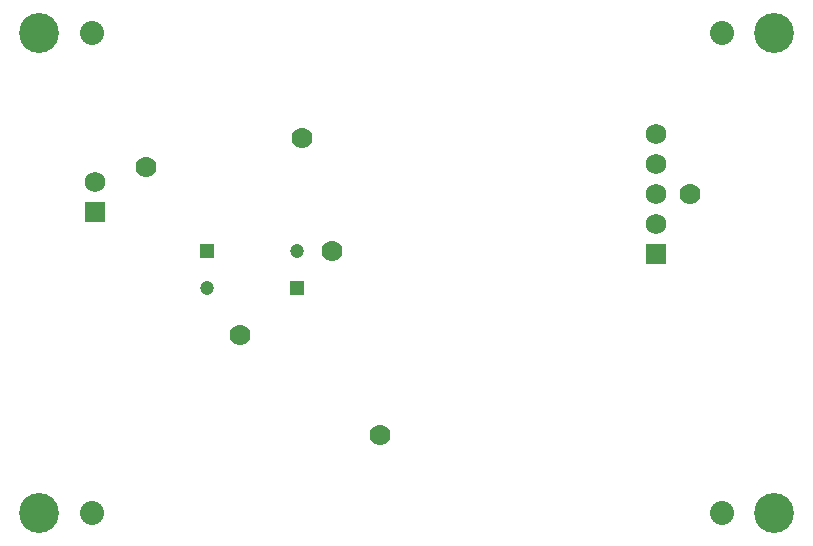
<source format=gbs>
G04*
G04 #@! TF.GenerationSoftware,Altium Limited,Altium Designer,24.6.1 (21)*
G04*
G04 Layer_Color=16711935*
%FSLAX44Y44*%
%MOMM*%
G71*
G04*
G04 #@! TF.SameCoordinates,4D0109AF-B27D-4A28-B854-C6E4DC42B7D3*
G04*
G04*
G04 #@! TF.FilePolarity,Negative*
G04*
G01*
G75*
%ADD27C,1.7532*%
%ADD28R,1.7532X1.7532*%
%ADD29C,1.2000*%
%ADD30R,1.2000X1.2000*%
%ADD31C,2.0320*%
%ADD32C,3.3782*%
%ADD33C,1.7780*%
D27*
X553720Y353060D02*
D03*
Y327660D02*
D03*
Y302260D02*
D03*
Y276860D02*
D03*
X78740Y312420D02*
D03*
D28*
X553720Y251460D02*
D03*
X78740Y287020D02*
D03*
D29*
X250190Y254000D02*
D03*
X173930Y222250D02*
D03*
D30*
Y254000D02*
D03*
X250190Y222250D02*
D03*
D31*
X609600Y31750D02*
D03*
Y438150D02*
D03*
X76200D02*
D03*
Y31750D02*
D03*
D32*
X654050D02*
D03*
Y438150D02*
D03*
X31750D02*
D03*
Y31750D02*
D03*
D33*
X121920Y325120D02*
D03*
X201930Y182880D02*
D03*
X254000Y349250D02*
D03*
X320040Y97790D02*
D03*
X279400Y254000D02*
D03*
X582930Y302260D02*
D03*
M02*

</source>
